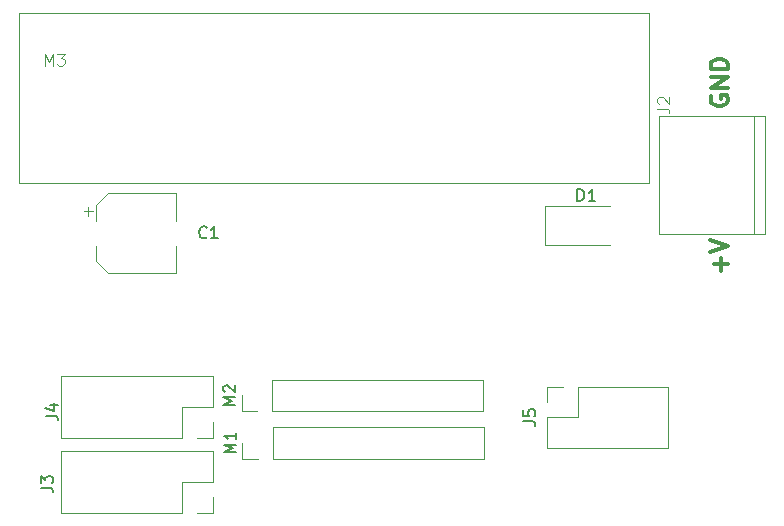
<source format=gto>
G04 #@! TF.GenerationSoftware,KiCad,Pcbnew,8.99.0-1891-ge2bd76bdce*
G04 #@! TF.CreationDate,2024-07-24T15:45:45+03:00*
G04 #@! TF.ProjectId,rfid_rpi_hat,72666964-5f72-4706-995f-6861742e6b69,rev?*
G04 #@! TF.SameCoordinates,Original*
G04 #@! TF.FileFunction,Legend,Top*
G04 #@! TF.FilePolarity,Positive*
%FSLAX46Y46*%
G04 Gerber Fmt 4.6, Leading zero omitted, Abs format (unit mm)*
G04 Created by KiCad (PCBNEW 8.99.0-1891-ge2bd76bdce) date 2024-07-24 15:45:45*
%MOMM*%
%LPD*%
G01*
G04 APERTURE LIST*
%ADD10C,0.300000*%
%ADD11C,0.150000*%
%ADD12C,0.100000*%
%ADD13C,0.120000*%
G04 APERTURE END LIST*
D10*
X228454400Y-127120489D02*
X228454400Y-125977632D01*
X229025828Y-126549060D02*
X227882971Y-126549060D01*
X227525828Y-125477631D02*
X229025828Y-124977631D01*
X229025828Y-124977631D02*
X227525828Y-124477631D01*
X227647257Y-112284774D02*
X227575828Y-112427632D01*
X227575828Y-112427632D02*
X227575828Y-112641917D01*
X227575828Y-112641917D02*
X227647257Y-112856203D01*
X227647257Y-112856203D02*
X227790114Y-112999060D01*
X227790114Y-112999060D02*
X227932971Y-113070489D01*
X227932971Y-113070489D02*
X228218685Y-113141917D01*
X228218685Y-113141917D02*
X228432971Y-113141917D01*
X228432971Y-113141917D02*
X228718685Y-113070489D01*
X228718685Y-113070489D02*
X228861542Y-112999060D01*
X228861542Y-112999060D02*
X229004400Y-112856203D01*
X229004400Y-112856203D02*
X229075828Y-112641917D01*
X229075828Y-112641917D02*
X229075828Y-112499060D01*
X229075828Y-112499060D02*
X229004400Y-112284774D01*
X229004400Y-112284774D02*
X228932971Y-112213346D01*
X228932971Y-112213346D02*
X228432971Y-112213346D01*
X228432971Y-112213346D02*
X228432971Y-112499060D01*
X229075828Y-111570489D02*
X227575828Y-111570489D01*
X227575828Y-111570489D02*
X229075828Y-110713346D01*
X229075828Y-110713346D02*
X227575828Y-110713346D01*
X229075828Y-109999060D02*
X227575828Y-109999060D01*
X227575828Y-109999060D02*
X227575828Y-109641917D01*
X227575828Y-109641917D02*
X227647257Y-109427631D01*
X227647257Y-109427631D02*
X227790114Y-109284774D01*
X227790114Y-109284774D02*
X227932971Y-109213345D01*
X227932971Y-109213345D02*
X228218685Y-109141917D01*
X228218685Y-109141917D02*
X228432971Y-109141917D01*
X228432971Y-109141917D02*
X228718685Y-109213345D01*
X228718685Y-109213345D02*
X228861542Y-109284774D01*
X228861542Y-109284774D02*
X229004400Y-109427631D01*
X229004400Y-109427631D02*
X229075828Y-109641917D01*
X229075828Y-109641917D02*
X229075828Y-109999060D01*
D11*
X170879819Y-145458333D02*
X171594104Y-145458333D01*
X171594104Y-145458333D02*
X171736961Y-145505952D01*
X171736961Y-145505952D02*
X171832200Y-145601190D01*
X171832200Y-145601190D02*
X171879819Y-145744047D01*
X171879819Y-145744047D02*
X171879819Y-145839285D01*
X170879819Y-145077380D02*
X170879819Y-144458333D01*
X170879819Y-144458333D02*
X171260771Y-144791666D01*
X171260771Y-144791666D02*
X171260771Y-144648809D01*
X171260771Y-144648809D02*
X171308390Y-144553571D01*
X171308390Y-144553571D02*
X171356009Y-144505952D01*
X171356009Y-144505952D02*
X171451247Y-144458333D01*
X171451247Y-144458333D02*
X171689342Y-144458333D01*
X171689342Y-144458333D02*
X171784580Y-144505952D01*
X171784580Y-144505952D02*
X171832200Y-144553571D01*
X171832200Y-144553571D02*
X171879819Y-144648809D01*
X171879819Y-144648809D02*
X171879819Y-144934523D01*
X171879819Y-144934523D02*
X171832200Y-145029761D01*
X171832200Y-145029761D02*
X171784580Y-145077380D01*
X216311905Y-121179819D02*
X216311905Y-120179819D01*
X216311905Y-120179819D02*
X216550000Y-120179819D01*
X216550000Y-120179819D02*
X216692857Y-120227438D01*
X216692857Y-120227438D02*
X216788095Y-120322676D01*
X216788095Y-120322676D02*
X216835714Y-120417914D01*
X216835714Y-120417914D02*
X216883333Y-120608390D01*
X216883333Y-120608390D02*
X216883333Y-120751247D01*
X216883333Y-120751247D02*
X216835714Y-120941723D01*
X216835714Y-120941723D02*
X216788095Y-121036961D01*
X216788095Y-121036961D02*
X216692857Y-121132200D01*
X216692857Y-121132200D02*
X216550000Y-121179819D01*
X216550000Y-121179819D02*
X216311905Y-121179819D01*
X217835714Y-121179819D02*
X217264286Y-121179819D01*
X217550000Y-121179819D02*
X217550000Y-120179819D01*
X217550000Y-120179819D02*
X217454762Y-120322676D01*
X217454762Y-120322676D02*
X217359524Y-120417914D01*
X217359524Y-120417914D02*
X217264286Y-120465533D01*
X187334819Y-138434523D02*
X186334819Y-138434523D01*
X186334819Y-138434523D02*
X187049104Y-138101190D01*
X187049104Y-138101190D02*
X186334819Y-137767857D01*
X186334819Y-137767857D02*
X187334819Y-137767857D01*
X186430057Y-137339285D02*
X186382438Y-137291666D01*
X186382438Y-137291666D02*
X186334819Y-137196428D01*
X186334819Y-137196428D02*
X186334819Y-136958333D01*
X186334819Y-136958333D02*
X186382438Y-136863095D01*
X186382438Y-136863095D02*
X186430057Y-136815476D01*
X186430057Y-136815476D02*
X186525295Y-136767857D01*
X186525295Y-136767857D02*
X186620533Y-136767857D01*
X186620533Y-136767857D02*
X186763390Y-136815476D01*
X186763390Y-136815476D02*
X187334819Y-137386904D01*
X187334819Y-137386904D02*
X187334819Y-136767857D01*
X171304819Y-139358333D02*
X172019104Y-139358333D01*
X172019104Y-139358333D02*
X172161961Y-139405952D01*
X172161961Y-139405952D02*
X172257200Y-139501190D01*
X172257200Y-139501190D02*
X172304819Y-139644047D01*
X172304819Y-139644047D02*
X172304819Y-139739285D01*
X171638152Y-138453571D02*
X172304819Y-138453571D01*
X171257200Y-138691666D02*
X171971485Y-138929761D01*
X171971485Y-138929761D02*
X171971485Y-138310714D01*
X184908333Y-124234580D02*
X184860714Y-124282200D01*
X184860714Y-124282200D02*
X184717857Y-124329819D01*
X184717857Y-124329819D02*
X184622619Y-124329819D01*
X184622619Y-124329819D02*
X184479762Y-124282200D01*
X184479762Y-124282200D02*
X184384524Y-124186961D01*
X184384524Y-124186961D02*
X184336905Y-124091723D01*
X184336905Y-124091723D02*
X184289286Y-123901247D01*
X184289286Y-123901247D02*
X184289286Y-123758390D01*
X184289286Y-123758390D02*
X184336905Y-123567914D01*
X184336905Y-123567914D02*
X184384524Y-123472676D01*
X184384524Y-123472676D02*
X184479762Y-123377438D01*
X184479762Y-123377438D02*
X184622619Y-123329819D01*
X184622619Y-123329819D02*
X184717857Y-123329819D01*
X184717857Y-123329819D02*
X184860714Y-123377438D01*
X184860714Y-123377438D02*
X184908333Y-123425057D01*
X185860714Y-124329819D02*
X185289286Y-124329819D01*
X185575000Y-124329819D02*
X185575000Y-123329819D01*
X185575000Y-123329819D02*
X185479762Y-123472676D01*
X185479762Y-123472676D02*
X185384524Y-123567914D01*
X185384524Y-123567914D02*
X185289286Y-123615533D01*
X187394819Y-142459523D02*
X186394819Y-142459523D01*
X186394819Y-142459523D02*
X187109104Y-142126190D01*
X187109104Y-142126190D02*
X186394819Y-141792857D01*
X186394819Y-141792857D02*
X187394819Y-141792857D01*
X187394819Y-140792857D02*
X187394819Y-141364285D01*
X187394819Y-141078571D02*
X186394819Y-141078571D01*
X186394819Y-141078571D02*
X186537676Y-141173809D01*
X186537676Y-141173809D02*
X186632914Y-141269047D01*
X186632914Y-141269047D02*
X186680533Y-141364285D01*
D12*
X223082419Y-113358333D02*
X223796704Y-113358333D01*
X223796704Y-113358333D02*
X223939561Y-113405952D01*
X223939561Y-113405952D02*
X224034800Y-113501190D01*
X224034800Y-113501190D02*
X224082419Y-113644047D01*
X224082419Y-113644047D02*
X224082419Y-113739285D01*
X223177657Y-112929761D02*
X223130038Y-112882142D01*
X223130038Y-112882142D02*
X223082419Y-112786904D01*
X223082419Y-112786904D02*
X223082419Y-112548809D01*
X223082419Y-112548809D02*
X223130038Y-112453571D01*
X223130038Y-112453571D02*
X223177657Y-112405952D01*
X223177657Y-112405952D02*
X223272895Y-112358333D01*
X223272895Y-112358333D02*
X223368133Y-112358333D01*
X223368133Y-112358333D02*
X223510990Y-112405952D01*
X223510990Y-112405952D02*
X224082419Y-112977380D01*
X224082419Y-112977380D02*
X224082419Y-112358333D01*
D11*
X211739819Y-139828333D02*
X212454104Y-139828333D01*
X212454104Y-139828333D02*
X212596961Y-139875952D01*
X212596961Y-139875952D02*
X212692200Y-139971190D01*
X212692200Y-139971190D02*
X212739819Y-140114047D01*
X212739819Y-140114047D02*
X212739819Y-140209285D01*
X211739819Y-138875952D02*
X211739819Y-139352142D01*
X211739819Y-139352142D02*
X212216009Y-139399761D01*
X212216009Y-139399761D02*
X212168390Y-139352142D01*
X212168390Y-139352142D02*
X212120771Y-139256904D01*
X212120771Y-139256904D02*
X212120771Y-139018809D01*
X212120771Y-139018809D02*
X212168390Y-138923571D01*
X212168390Y-138923571D02*
X212216009Y-138875952D01*
X212216009Y-138875952D02*
X212311247Y-138828333D01*
X212311247Y-138828333D02*
X212549342Y-138828333D01*
X212549342Y-138828333D02*
X212644580Y-138875952D01*
X212644580Y-138875952D02*
X212692200Y-138923571D01*
X212692200Y-138923571D02*
X212739819Y-139018809D01*
X212739819Y-139018809D02*
X212739819Y-139256904D01*
X212739819Y-139256904D02*
X212692200Y-139352142D01*
X212692200Y-139352142D02*
X212644580Y-139399761D01*
D12*
X171215476Y-109707419D02*
X171215476Y-108707419D01*
X171215476Y-108707419D02*
X171548809Y-109421704D01*
X171548809Y-109421704D02*
X171882142Y-108707419D01*
X171882142Y-108707419D02*
X171882142Y-109707419D01*
X172263095Y-108707419D02*
X172882142Y-108707419D01*
X172882142Y-108707419D02*
X172548809Y-109088371D01*
X172548809Y-109088371D02*
X172691666Y-109088371D01*
X172691666Y-109088371D02*
X172786904Y-109135990D01*
X172786904Y-109135990D02*
X172834523Y-109183609D01*
X172834523Y-109183609D02*
X172882142Y-109278847D01*
X172882142Y-109278847D02*
X172882142Y-109516942D01*
X172882142Y-109516942D02*
X172834523Y-109612180D01*
X172834523Y-109612180D02*
X172786904Y-109659800D01*
X172786904Y-109659800D02*
X172691666Y-109707419D01*
X172691666Y-109707419D02*
X172405952Y-109707419D01*
X172405952Y-109707419D02*
X172310714Y-109659800D01*
X172310714Y-109659800D02*
X172263095Y-109612180D01*
D13*
X172625000Y-142370000D02*
X172625000Y-147570000D01*
X182845000Y-144970000D02*
X182845000Y-147570000D01*
X182845000Y-147570000D02*
X172625000Y-147570000D01*
X185445000Y-142370000D02*
X172625000Y-142370000D01*
X185445000Y-142370000D02*
X185445000Y-144970000D01*
X185445000Y-144970000D02*
X182845000Y-144970000D01*
X185445000Y-146240000D02*
X185445000Y-147570000D01*
X185445000Y-147570000D02*
X184115000Y-147570000D01*
X213540000Y-121575000D02*
X213540000Y-124875000D01*
X213540000Y-121575000D02*
X219050000Y-121575000D01*
X213540000Y-124875000D02*
X219050000Y-124875000D01*
X187880000Y-138955000D02*
X187880000Y-137625000D01*
X189210000Y-138955000D02*
X187880000Y-138955000D01*
X190480000Y-136295000D02*
X208320000Y-136295000D01*
X190480000Y-138955000D02*
X190480000Y-136295000D01*
X190480000Y-138955000D02*
X208320000Y-138955000D01*
X208320000Y-138955000D02*
X208320000Y-136295000D01*
X172625000Y-136020000D02*
X172625000Y-141220000D01*
X182845000Y-138620000D02*
X182845000Y-141220000D01*
X182845000Y-141220000D02*
X172625000Y-141220000D01*
X185445000Y-136020000D02*
X172625000Y-136020000D01*
X185445000Y-136020000D02*
X185445000Y-138620000D01*
X185445000Y-138620000D02*
X182845000Y-138620000D01*
X185445000Y-139890000D02*
X185445000Y-141220000D01*
X185445000Y-141220000D02*
X184115000Y-141220000D01*
X174512500Y-122052500D02*
X175300000Y-122052500D01*
X174906250Y-121658750D02*
X174906250Y-122446250D01*
X175540000Y-121554437D02*
X175540000Y-122840000D01*
X175540000Y-121554437D02*
X176604437Y-120490000D01*
X175540000Y-126245563D02*
X175540000Y-124960000D01*
X175540000Y-126245563D02*
X176604437Y-127310000D01*
X176604437Y-120490000D02*
X182360000Y-120490000D01*
X176604437Y-127310000D02*
X182360000Y-127310000D01*
X182360000Y-120490000D02*
X182360000Y-122840000D01*
X182360000Y-127310000D02*
X182360000Y-124960000D01*
X187940000Y-142980000D02*
X187940000Y-141650000D01*
X189270000Y-142980000D02*
X187940000Y-142980000D01*
X190540000Y-140320000D02*
X208380000Y-140320000D01*
X190540000Y-142980000D02*
X190540000Y-140320000D01*
X190540000Y-142980000D02*
X208380000Y-142980000D01*
X208380000Y-142980000D02*
X208380000Y-140320000D01*
X231275000Y-124000000D02*
X231275000Y-114000000D01*
X223175000Y-124000000D02*
X232175000Y-124000000D01*
X232175000Y-114000000D01*
X223175000Y-114000000D01*
X223175000Y-124000000D01*
X213725000Y-136895000D02*
X215055000Y-136895000D01*
X213725000Y-138225000D02*
X213725000Y-136895000D01*
X213725000Y-139495000D02*
X216325000Y-139495000D01*
X213725000Y-142095000D02*
X213725000Y-139495000D01*
X213725000Y-142095000D02*
X224005000Y-142095000D01*
X216325000Y-136895000D02*
X224005000Y-136895000D01*
X216325000Y-139495000D02*
X216325000Y-136895000D01*
X224005000Y-142095000D02*
X224005000Y-136895000D01*
D12*
X169050000Y-105225000D02*
X222390000Y-105225000D01*
X222390000Y-119625000D01*
X169050000Y-119625000D01*
X169050000Y-105225000D01*
M02*

</source>
